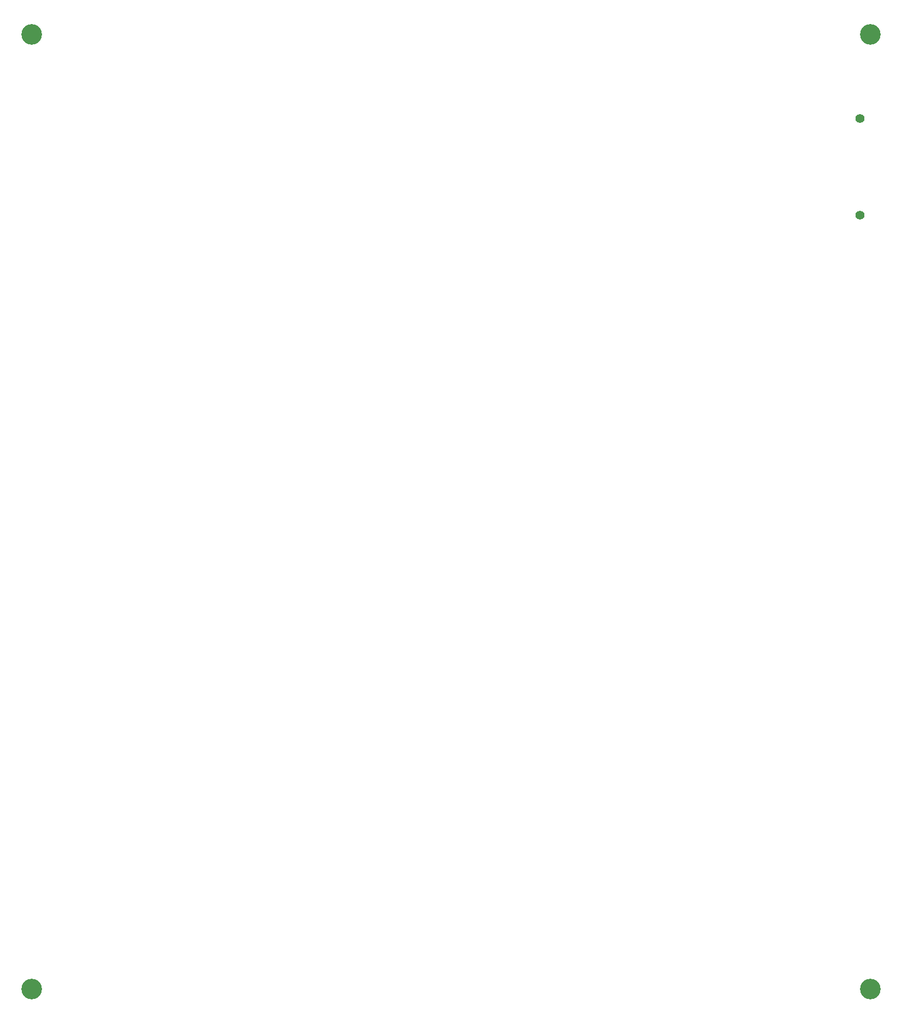
<source format=gbr>
%TF.GenerationSoftware,KiCad,Pcbnew,5.1.10*%
%TF.CreationDate,2022-02-01T20:50:17+01:00*%
%TF.ProjectId,Videoerweiterung,56696465-6f65-4727-9765-69746572756e,3*%
%TF.SameCoordinates,Original*%
%TF.FileFunction,NonPlated,1,2,NPTH,Drill*%
%TF.FilePolarity,Positive*%
%FSLAX46Y46*%
G04 Gerber Fmt 4.6, Leading zero omitted, Abs format (unit mm)*
G04 Created by KiCad (PCBNEW 5.1.10) date 2022-02-01 20:50:17*
%MOMM*%
%LPD*%
G01*
G04 APERTURE LIST*
%TA.AperFunction,ComponentDrill*%
%ADD10C,1.400000*%
%TD*%
%TA.AperFunction,ComponentDrill*%
%ADD11C,3.200000*%
%TD*%
G04 APERTURE END LIST*
D10*
%TO.C,X401*%
X178300000Y-68500000D03*
X178300000Y-83500000D03*
D11*
%TO.C,H1*%
X49860000Y-55480000D03*
%TO.C,H2*%
X49860000Y-203480000D03*
%TO.C,H3*%
X179860000Y-55480000D03*
%TO.C,H4*%
X179860000Y-203480000D03*
M02*

</source>
